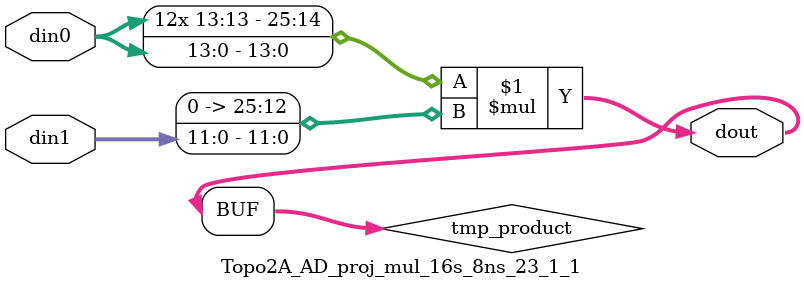
<source format=v>

`timescale 1 ns / 1 ps

 module Topo2A_AD_proj_mul_16s_8ns_23_1_1(din0, din1, dout);
parameter ID = 1;
parameter NUM_STAGE = 0;
parameter din0_WIDTH = 14;
parameter din1_WIDTH = 12;
parameter dout_WIDTH = 26;

input [din0_WIDTH - 1 : 0] din0; 
input [din1_WIDTH - 1 : 0] din1; 
output [dout_WIDTH - 1 : 0] dout;

wire signed [dout_WIDTH - 1 : 0] tmp_product;


























assign tmp_product = $signed(din0) * $signed({1'b0, din1});









assign dout = tmp_product;





















endmodule

</source>
